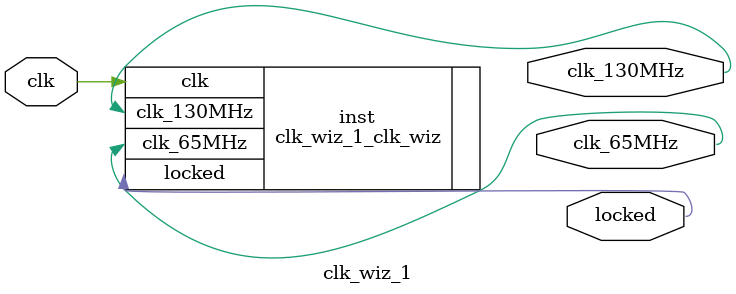
<source format=v>


`timescale 1ps/1ps

(* CORE_GENERATION_INFO = "clk_wiz_1,clk_wiz_v6_0_11_0_0,{component_name=clk_wiz_1,use_phase_alignment=true,use_min_o_jitter=false,use_max_i_jitter=false,use_dyn_phase_shift=false,use_inclk_switchover=false,use_dyn_reconfig=false,enable_axi=0,feedback_source=FDBK_AUTO,PRIMITIVE=MMCM,num_out_clk=2,clkin1_period=10.000,clkin2_period=10.000,use_power_down=false,use_reset=false,use_locked=true,use_inclk_stopped=false,feedback_type=SINGLE,CLOCK_MGR_TYPE=NA,manual_override=false}" *)

module clk_wiz_1 
 (
  // Clock out ports
  output        clk_130MHz,
  output        clk_65MHz,
  // Status and control signals
  output        locked,
 // Clock in ports
  input         clk
 );

  clk_wiz_1_clk_wiz inst
  (
  // Clock out ports  
  .clk_130MHz(clk_130MHz),
  .clk_65MHz(clk_65MHz),
  // Status and control signals               
  .locked(locked),
 // Clock in ports
  .clk(clk)
  );

endmodule

</source>
